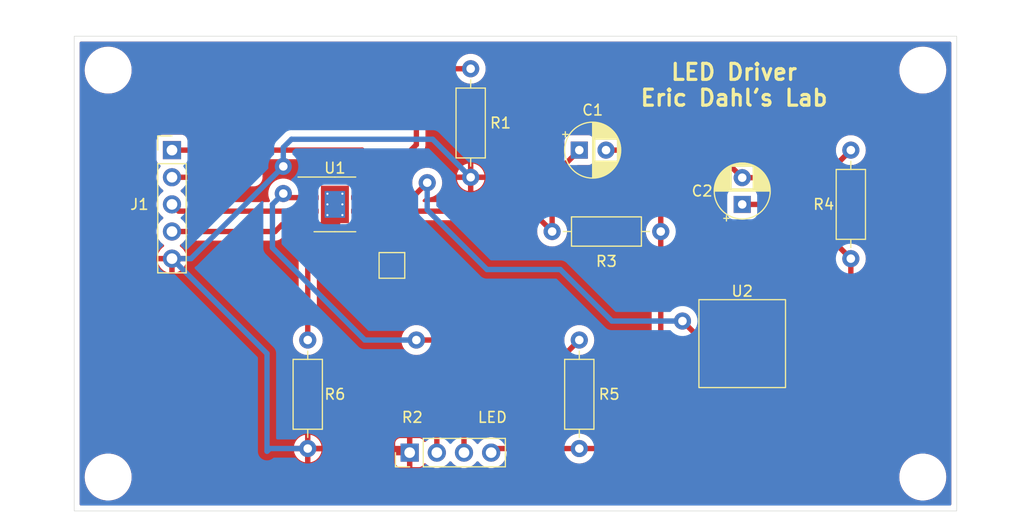
<source format=kicad_pcb>
(kicad_pcb (version 20221018) (generator pcbnew)
  (title_block (title "LED driver") (date "2023-02-01") (rev "v1a") (company "SBC / Northwestern University") (comment 1 "Author: Shilin Ray"))
  (layers (0 "F.Cu" signal) (31 "B.Cu" signal) (34 "B.Paste" user) (35 "F.Paste" user) (36 "B.SilkS" user "B.Silkscreen") (37 "F.SilkS" user "F.Silkscreen") (38 "B.Mask" user) (39 "F.Mask" user) (44 "Edge.Cuts" user))
  (net 0 "")
  (net 1 "Net-(C1-Pad2)")
  (net 2 "Net-(C2-Pad1)")
  (net 3 "/+20V")
  (net 4 "GND")
  (net 5 "Net-(C1-Pad1)")
  (net 6 "/-20V")
  (net 7 "/Control ")
  (net 8 "unconnected-(U1-Pad5)")
  (net 9 "/arduino")
  (net 10 "Net-(J2-Pad2)")
  (footprint "Connector_PinHeader_2.54mm:PinHeader_1x05_P2.54mm_Vertical" (layer "F.Cu") (at 67.564 46.228)
    (fp_text reference "J1" (at -3.048 5.08) (layer "F.SilkS"))
    (fp_text value "Conn_01x05_Male")
    (fp_line (start -1.33 -1.33) (end 0 -1.33) (stroke (width 0.12)) (layer "F.SilkS"))
    (fp_line (start -1.33 0) (end -1.33 -1.33) (stroke (width 0.12)) (layer "F.SilkS"))
    (fp_line (start -1.33 1.27) (end -1.33 11.49) (stroke (width 0.12)) (layer "F.SilkS"))
    (fp_line (start -1.33 1.27) (end 1.33 1.27) (stroke (width 0.12)) (layer "F.SilkS"))
    (fp_line (start -1.33 11.49) (end 1.33 11.49) (stroke (width 0.12)) (layer "F.SilkS"))
    (fp_line (start 1.33 1.27) (end 1.33 11.49) (stroke (width 0.12)) (layer "F.SilkS"))
    (pad "1" thru_hole rect (at 0 0) (size 1.7 1.7) (drill 1) (layers "*.Cu" "*.Mask") (net 3 "/+20V"))
    (pad "2" thru_hole oval (at 0 2.54) (size 1.7 1.7) (drill 1) (layers "*.Cu" "*.Mask") (net 9 "/arduino"))
    (pad "3" thru_hole oval (at 0 5.08) (size 1.7 1.7) (drill 1) (layers "*.Cu" "*.Mask") (net 7 "/Control "))
    (pad "4" thru_hole oval (at 0 7.62) (size 1.7 1.7) (drill 1) (layers "*.Cu" "*.Mask") (net 6 "/-20V"))
    (pad "5" thru_hole oval (at 0 10.16) (size 1.7 1.7) (drill 1) (layers "*.Cu" "*.Mask") (net 4 "GND"))
  )
  (footprint "Capacitor_THT:CP_Radial_D5.0mm_P2.50mm" (layer "F.Cu") (at 120.904 51.308 90)
    (fp_text reference "C2" (at 1.25 -3.75 180) (layer "F.SilkS"))
    (fp_text value "120p")
    (fp_line (start -1.554775 -1.475) (end -1.054775 -1.475) (stroke (width 0.12)) (layer "F.SilkS"))
    (fp_line (start -1.304775 -1.725) (end -1.304775 -1.225) (stroke (width 0.12)) (layer "F.SilkS"))
    (fp_line (start 1.25 -2.58) (end 1.25 2.58) (stroke (width 0.12)) (layer "F.SilkS"))
    (fp_line (start 1.29 -2.58) (end 1.29 2.58) (stroke (width 0.12)) (layer "F.SilkS"))
    (fp_line (start 1.33 -2.579) (end 1.33 2.579) (stroke (width 0.12)) (layer "F.SilkS"))
    (fp_line (start 1.37 -2.578) (end 1.37 2.578) (stroke (width 0.12)) (layer "F.SilkS"))
    (fp_line (start 1.41 -2.576) (end 1.41 2.576) (stroke (width 0.12)) (layer "F.SilkS"))
    (fp_line (start 1.45 -2.573) (end 1.45 2.573) (stroke (width 0.12)) (layer "F.SilkS"))
    (fp_line (start 1.49 -2.569) (end 1.49 -1.04) (stroke (width 0.12)) (layer "F.SilkS"))
    (fp_line (start 1.49 1.04) (end 1.49 2.569) (stroke (width 0.12)) (layer "F.SilkS"))
    (fp_line (start 1.53 -2.565) (end 1.53 -1.04) (stroke (width 0.12)) (layer "F.SilkS"))
    (fp_line (start 1.53 1.04) (end 1.53 2.565) (stroke (width 0.12)) (layer "F.SilkS"))
    (fp_line (start 1.57 -2.561) (end 1.57 -1.04) (stroke (width 0.12)) (layer "F.SilkS"))
    (fp_line (start 1.57 1.04) (end 1.57 2.561) (stroke (width 0.12)) (layer "F.SilkS"))
    (fp_line (start 1.61 -2.556) (end 1.61 -1.04) (stroke (width 0.12)) (layer "F.SilkS"))
    (fp_line (start 1.61 1.04) (end 1.61 2.556) (stroke (width 0.12)) (layer "F.SilkS"))
    (fp_line (start 1.65 -2.55) (end 1.65 -1.04) (stroke (width 0.12)) (layer "F.SilkS"))
    (fp_line (start 1.65 1.04) (end 1.65 2.55) (stroke (width 0.12)) (layer "F.SilkS"))
    (fp_line (start 1.69 -2.543) (end 1.69 -1.04) (stroke (width 0.12)) (layer "F.SilkS"))
    (fp_line (start 1.69 1.04) (end 1.69 2.543) (stroke (width 0.12)) (layer "F.SilkS"))
    (fp_line (start 1.73 -2.536) (end 1.73 -1.04) (stroke (width 0.12)) (layer "F.SilkS"))
    (fp_line (start 1.73 1.04) (end 1.73 2.536) (stroke (width 0.12)) (layer "F.SilkS"))
    (fp_line (start 1.77 -2.528) (end 1.77 -1.04) (stroke (width 0.12)) (layer "F.SilkS"))
    (fp_line (start 1.77 1.04) (end 1.77 2.528) (stroke (width 0.12)) (layer "F.SilkS"))
    (fp_line (start 1.81 -2.52) (end 1.81 -1.04) (stroke (width 0.12)) (layer "F.SilkS"))
    (fp_line (start 1.81 1.04) (end 1.81 2.52) (stroke (width 0.12)) (layer "F.SilkS"))
    (fp_line (start 1.85 -2.511) (end 1.85 -1.04) (stroke (width 0.12)) (layer "F.SilkS"))
    (fp_line (start 1.85 1.04) (end 1.85 2.511) (stroke (width 0.12)) (layer "F.SilkS"))
    (fp_line (start 1.89 -2.501) (end 1.89 -1.04) (stroke (width 0.12)) (layer "F.SilkS"))
    (fp_line (start 1.89 1.04) (end 1.89 2.501) (stroke (width 0.12)) (layer "F.SilkS"))
    (fp_line (start 1.93 -2.491) (end 1.93 -1.04) (stroke (width 0.12)) (layer "F.SilkS"))
    (fp_line (start 1.93 1.04) (end 1.93 2.491) (stroke (width 0.12)) (layer "F.SilkS"))
    (fp_line (start 1.971 -2.48) (end 1.971 -1.04) (stroke (width 0.12)) (layer "F.SilkS"))
    (fp_line (start 1.971 1.04) (end 1.971 2.48) (stroke (width 0.12)) (layer "F.SilkS"))
    (fp_line (start 2.011 -2.468) (end 2.011 -1.04) (stroke (width 0.12)) (layer "F.SilkS"))
    (fp_line (start 2.011 1.04) (end 2.011 2.468) (stroke (width 0.12)) (layer "F.SilkS"))
    (fp_line (start 2.051 -2.455) (end 2.051 -1.04) (stroke (width 0.12)) (layer "F.SilkS"))
    (fp_line (start 2.051 1.04) (end 2.051 2.455) (stroke (width 0.12)) (layer "F.SilkS"))
    (fp_line (start 2.091 -2.442) (end 2.091 -1.04) (stroke (width 0.12)) (layer "F.SilkS"))
    (fp_line (start 2.091 1.04) (end 2.091 2.442) (stroke (width 0.12)) (layer "F.SilkS"))
    (fp_line (start 2.131 -2.428) (end 2.131 -1.04) (stroke (width 0.12)) (layer "F.SilkS"))
    (fp_line (start 2.131 1.04) (end 2.131 2.428) (stroke (width 0.12)) (layer "F.SilkS"))
    (fp_line (start 2.171 -2.414) (end 2.171 -1.04) (stroke (width 0.12)) (layer "F.SilkS"))
    (fp_line (start 2.171 1.04) (end 2.171 2.414) (stroke (width 0.12)) (layer "F.SilkS"))
    (fp_line (start 2.211 -2.398) (end 2.211 -1.04) (stroke (width 0.12)) (layer "F.SilkS"))
    (fp_line (start 2.211 1.04) (end 2.211 2.398) (stroke (width 0.12)) (layer "F.SilkS"))
    (fp_line (start 2.251 -2.382) (end 2.251 -1.04) (stroke (width 0.12)) (layer "F.SilkS"))
    (fp_line (start 2.251 1.04) (end 2.251 2.382) (stroke (width 0.12)) (layer "F.SilkS"))
    (fp_line (start 2.291 -2.365) (end 2.291 -1.04) (stroke (width 0.12)) (layer "F.SilkS"))
    (fp_line (start 2.291 1.04) (end 2.291 2.365) (stroke (width 0.12)) (layer "F.SilkS"))
    (fp_line (start 2.331 -2.348) (end 2.331 -1.04) (stroke (width 0.12)) (layer "F.SilkS"))
    (fp_line (start 2.331 1.04) (end 2.331 2.348) (stroke (width 0.12)) (layer "F.SilkS"))
    (fp_line (start 2.371 -2.329) (end 2.371 -1.04) (stroke (width 0.12)) (layer "F.SilkS"))
    (fp_line (start 2.371 1.04) (end 2.371 2.329) (stroke (width 0.12)) (layer "F.SilkS"))
    (fp_line (start 2.411 -2.31) (end 2.411 -1.04) (stroke (width 0.12)) (layer "F.SilkS"))
    (fp_line (start 2.411 1.04) (end 2.411 2.31) (stroke (width 0.12)) (layer "F.SilkS"))
    (fp_line (start 2.451 -2.29) (end 2.451 -1.04) (stroke (width 0.12)) (layer "F.SilkS"))
    (fp_line (start 2.451 1.04) (end 2.451 2.29) (stroke (width 0.12)) (layer "F.SilkS"))
    (fp_line (start 2.491 -2.268) (end 2.491 -1.04) (stroke (width 0.12)) (layer "F.SilkS"))
    (fp_line (start 2.491 1.04) (end 2.491 2.268) (stroke (width 0.12)) (layer "F.SilkS"))
    (fp_line (start 2.531 -2.247) (end 2.531 -1.04) (stroke (width 0.12)) (layer "F.SilkS"))
    (fp_line (start 2.531 1.04) (end 2.531 2.247) (stroke (width 0.12)) (layer "F.SilkS"))
    (fp_line (start 2.571 -2.224) (end 2.571 -1.04) (stroke (width 0.12)) (layer "F.SilkS"))
    (fp_line (start 2.571 1.04) (end 2.571 2.224) (stroke (width 0.12)) (layer "F.SilkS"))
    (fp_line (start 2.611 -2.2) (end 2.611 -1.04) (stroke (width 0.12)) (layer "F.SilkS"))
    (fp_line (start 2.611 1.04) (end 2.611 2.2) (stroke (width 0.12)) (layer "F.SilkS"))
    (fp_line (start 2.651 -2.175) (end 2.651 -1.04) (stroke (width 0.12)) (layer "F.SilkS"))
    (fp_line (start 2.651 1.04) (end 2.651 2.175) (stroke (width 0.12)) (layer "F.SilkS"))
    (fp_line (start 2.691 -2.149) (end 2.691 -1.04) (stroke (width 0.12)) (layer "F.SilkS"))
    (fp_line (start 2.691 1.04) (end 2.691 2.149) (stroke (width 0.12)) (layer "F.SilkS"))
    (fp_line (start 2.731 -2.122) (end 2.731 -1.04) (stroke (width 0.12)) (layer "F.SilkS"))
    (fp_line (start 2.731 1.04) (end 2.731 2.122) (stroke (width 0.12)) (layer "F.SilkS"))
    (fp_line (start 2.771 -2.095) (end 2.771 -1.04) (stroke (width 0.12)) (layer "F.SilkS"))
    (fp_line (start 2.771 1.04) (end 2.771 2.095) (stroke (width 0.12)) (layer "F.SilkS"))
    (fp_line (start 2.811 -2.065) (end 2.811 -1.04) (stroke (width 0.12)) (layer "F.SilkS"))
    (fp_line (start 2.811 1.04) (end 2.811 2.065) (stroke (width 0.12)) (layer "F.SilkS"))
    (fp_line (start 2.851 -2.035) (end 2.851 -1.04) (stroke (width 0.12)) (layer "F.SilkS"))
    (fp_line (start 2.851 1.04) (end 2.851 2.035) (stroke (width 0.12)) (layer "F.SilkS"))
    (fp_line (start 2.891 -2.004) (end 2.891 -1.04) (stroke (width 0.12)) (layer "F.SilkS"))
    (fp_line (start 2.891 1.04) (end 2.891 2.004) (stroke (width 0.12)) (layer "F.SilkS"))
    (fp_line (start 2.931 -1.971) (end 2.931 -1.04) (stroke (width 0.12)) (layer "F.SilkS"))
    (fp_line (start 2.931 1.04) (end 2.931 1.971) (stroke (width 0.12)) (layer "F.SilkS"))
    (fp_line (start 2.971 -1.937) (end 2.971 -1.04) (stroke (width 0.12)) (layer "F.SilkS"))
    (fp_line (start 2.971 1.04) (end 2.971 1.937) (stroke (width 0.12)) (layer "F.SilkS"))
    (fp_line (start 3.011 -1.901) (end 3.011 -1.04) (stroke (width 0.12)) (layer "F.SilkS"))
    (fp_line (start 3.011 1.04) (end 3.011 1.901) (stroke (width 0.12)) (layer "F.SilkS"))
    (fp_line (start 3.051 -1.864) (end 3.051 -1.04) (stroke (width 0.12)) (layer "F.SilkS"))
    (fp_line (start 3.051 1.04) (end 3.051 1.864) (stroke (width 0.12)) (layer "F.SilkS"))
    (fp_line (start 3.091 -1.826) (end 3.091 -1.04) (stroke (width 0.12)) (layer "F.SilkS"))
    (fp_line (start 3.091 1.04) (end 3.091 1.826) (stroke (width 0.12)) (layer "F.SilkS"))
    (fp_line (start 3.131 -1.785) (end 3.131 -1.04) (stroke (width 0.12)) (layer "F.SilkS"))
    (fp_line (start 3.131 1.04) (end 3.131 1.785) (stroke (width 0.12)) (layer "F.SilkS"))
    (fp_line (start 3.171 -1.743) (end 3.171 -1.04) (stroke (width 0.12)) (layer "F.SilkS"))
    (fp_line (start 3.171 1.04) (end 3.171 1.743) (stroke (width 0.12)) (layer "F.SilkS"))
    (fp_line (start 3.211 -1.699) (end 3.211 -1.04) (stroke (width 0.12)) (layer "F.SilkS"))
    (fp_line (start 3.211 1.04) (end 3.211 1.699) (stroke (width 0.12)) (layer "F.SilkS"))
    (fp_line (start 3.251 -1.653) (end 3.251 -1.04) (stroke (width 0.12)) (layer "F.SilkS"))
    (fp_line (start 3.251 1.04) (end 3.251 1.653) (stroke (width 0.12)) (layer "F.SilkS"))
    (fp_line (start 3.291 -1.605) (end 3.291 -1.04) (stroke (width 0.12)) (layer "F.SilkS"))
    (fp_line (start 3.291 1.04) (end 3.291 1.605) (stroke (width 0.12)) (layer "F.SilkS"))
    (fp_line (start 3.331 -1.554) (end 3.331 -1.04) (stroke (width 0.12)) (layer "F.SilkS"))
    (fp_line (start 3.331 1.04) (end 3.331 1.554) (stroke (width 0.12)) (layer "F.SilkS"))
    (fp_line (start 3.371 -1.5) (end 3.371 -1.04) (stroke (width 0.12)) (layer "F.SilkS"))
    (fp_line (start 3.371 1.04) (end 3.371 1.5) (stroke (width 0.12)) (layer "F.SilkS"))
    (fp_line (start 3.411 -1.443) (end 3.411 -1.04) (stroke (width 0.12)) (layer "F.SilkS"))
    (fp_line (start 3.411 1.04) (end 3.411 1.443) (stroke (width 0.12)) (layer "F.SilkS"))
    (fp_line (start 3.451 -1.383) (end 3.451 -1.04) (stroke (width 0.12)) (layer "F.SilkS"))
    (fp_line (start 3.451 1.04) (end 3.451 1.383) (stroke (width 0.12)) (layer "F.SilkS"))
    (fp_line (start 3.491 -1.319) (end 3.491 -1.04) (stroke (width 0.12)) (layer "F.SilkS"))
    (fp_line (start 3.491 1.04) (end 3.491 1.319) (stroke (width 0.12)) (layer "F.SilkS"))
    (fp_line (start 3.531 -1.251) (end 3.531 -1.04) (stroke (width 0.12)) (layer "F.SilkS"))
    (fp_line (start 3.531 1.04) (end 3.531 1.251) (stroke (width 0.12)) (layer "F.SilkS"))
    (fp_line (start 3.571 -1.178) (end 3.571 1.178) (stroke (width 0.12)) (layer "F.SilkS"))
    (fp_line (start 3.611 -1.098) (end 3.611 1.098) (stroke (width 0.12)) (layer "F.SilkS"))
    (fp_line (start 3.651 -1.011) (end 3.651 1.011) (stroke (width 0.12)) (layer "F.SilkS"))
    (fp_line (start 3.691 -0.915) (end 3.691 0.915) (stroke (width 0.12)) (layer "F.SilkS"))
    (fp_line (start 3.731 -0.805) (end 3.731 0.805) (stroke (width 0.12)) (layer "F.SilkS"))
    (fp_line (start 3.771 -0.677) (end 3.771 0.677) (stroke (width 0.12)) (layer "F.SilkS"))
    (fp_line (start 3.811 -0.518) (end 3.811 0.518) (stroke (width 0.12)) (layer "F.SilkS"))
    (fp_line (start 3.851 -0.284) (end 3.851 0.284) (stroke (width 0.12)) (layer "F.SilkS"))
    (fp_circle (center 1.25 0) (end 3.87 0) (stroke (width 0.12)) (fill none) (layer "F.SilkS"))
    (pad "1" thru_hole rect (at 0 0 90) (size 1.6 1.6) (drill 0.8) (layers "*.Cu" "*.Mask") (net 2 "Net-(C2-Pad1)"))
    (pad "2" thru_hole circle (at 2.5 0 90) (size 1.6 1.6) (drill 0.8) (layers "*.Cu" "*.Mask") (net 1 "Net-(C1-Pad2)"))
  )
  (footprint "Resistor_THT:R_Axial_DIN0207_L6.3mm_D2.5mm_P10.16mm_Horizontal" (layer "F.Cu") (at 95.504 38.608 -90)
    (fp_text reference "R1" (at 5.08 -2.794 180) (layer "F.SilkS"))
    (fp_text value "150k")
    (fp_line (start 1.04 0) (end 1.81 0) (stroke (width 0.12)) (layer "F.SilkS"))
    (fp_line (start 1.81 -1.37) (end 1.81 1.37) (stroke (width 0.12)) (layer "F.SilkS"))
    (fp_line (start 1.81 1.37) (end 8.35 1.37) (stroke (width 0.12)) (layer "F.SilkS"))
    (fp_line (start 8.35 -1.37) (end 1.81 -1.37) (stroke (width 0.12)) (layer "F.SilkS"))
    (fp_line (start 8.35 1.37) (end 8.35 -1.37) (stroke (width 0.12)) (layer "F.SilkS"))
    (fp_line (start 9.12 0) (end 8.35 0) (stroke (width 0.12)) (layer "F.SilkS"))
    (pad "1" thru_hole circle (at 0 0 270) (size 1.6 1.6) (drill 0.8) (layers "*.Cu" "*.Mask") (net 3 "/+20V"))
    (pad "2" thru_hole oval (at 10.16 0 270) (size 1.6 1.6) (drill 0.8) (layers "*.Cu" "*.Mask") (net 4 "GND"))
  )
  (footprint "MountingHole:MountingHole_3.2mm_M3" (layer "F.Cu") (at 61.595 38.735)
    (fp_text reference "REF**")
    (fp_text value "MountingHole_3.2mm_M3")
    (pad "" np_thru_hole circle (at 0 0) (size 3.2 3.2) (drill 3.2) (layers "F&B.Cu" "*.Mask"))
  )
  (footprint "TestPoint:TestPoint_Pad_2.0x2.0mm" (layer "F.Cu") (at 88.138 57.023)
    (fp_text reference "REF**" hide)
    (fp_text value "TestPoint_Pad_2.0x2.0mm")
    (fp_line (start -1.2 -1.2) (end 1.2 -1.2) (stroke (width 0.12)) (layer "F.SilkS"))
    (fp_line (start -1.2 1.2) (end -1.2 -1.2) (stroke (width 0.12)) (layer "F.SilkS"))
    (fp_line (start 1.2 -1.2) (end 1.2 1.2) (stroke (width 0.12)) (layer "F.SilkS"))
    (fp_line (start 1.2 1.2) (end -1.2 1.2) (stroke (width 0.12)) (layer "F.SilkS"))
    (pad "1" smd rect (at 0 0) (size 2 2) (layers "F.Cu" "F.Mask") (net 8 "unconnected-(U1-Pad5)"))
  )
  (footprint "Package_SO:SOIC-8-1EP_3.9x4.9mm_P1.27mm_EP2.62x3.51mm_ThermalVias" (layer "F.Cu") (at 82.804 51.308)
    (fp_text reference "U1" (at 0 -3.4) (layer "F.SilkS"))
    (fp_text value "OPA462")
    (fp_line (start 0 -2.56) (end -3.45 -2.56) (stroke (width 0.12)) (layer "F.SilkS"))
    (fp_line (start 0 -2.56) (end 1.95 -2.56) (stroke (width 0.12)) (layer "F.SilkS"))
    (fp_line (start 0 2.56) (end -1.95 2.56) (stroke (width 0.12)) (layer "F.SilkS"))
    (fp_line (start 0 2.56) (end 1.95 2.56) (stroke (width 0.12)) (layer "F.SilkS"))
    (pad "1" smd roundrect (at -2.48 -1.905) (size 1.94 0.6) (layers "F.Cu" "F.Paste" "F.Mask") (net 4 "GND"))
    (pad "2" smd roundrect (at -2.48 -0.635) (size 1.94 0.6) (layers "F.Cu" "F.Paste" "F.Mask") (net 10 "Net-(J2-Pad2)"))
    (pad "3" smd roundrect (at -2.48 0.635) (size 1.94 0.6) (layers "F.Cu" "F.Paste" "F.Mask") (net 7 "/Control "))
    (pad "4" smd roundrect (at -2.48 1.905) (size 1.94 0.6) (layers "F.Cu" "F.Paste" "F.Mask") (net 6 "/-20V"))
    (pad "5" smd roundrect (at 2.48 1.905) (size 1.94 0.6) (layers "F.Cu" "F.Paste" "F.Mask") (net 8 "unconnected-(U1-Pad5)"))
    (pad "6" smd roundrect (at 2.48 0.635) (size 1.94 0.6) (layers "F.Cu" "F.Paste" "F.Mask") (net 5 "Net-(C1-Pad1)"))
    (pad "7" smd roundrect (at 2.48 -0.635) (size 1.94 0.6) (layers "F.Cu" "F.Paste" "F.Mask") (net 3 "/+20V"))
    (pad "8" smd roundrect (at 2.48 -1.905) (size 1.94 0.6) (layers "F.Cu" "F.Paste" "F.Mask") (net 9 "/arduino"))
    (pad "9" thru_hole circle (at -0.7 -1) (size 0.5 0.5) (drill 0.2) (layers "*.Cu") (net 6 "/-20V"))
    (pad "9" thru_hole circle (at -0.7 0) (size 0.5 0.5) (drill 0.2) (layers "*.Cu") (net 6 "/-20V"))
    (pad "9" thru_hole circle (at -0.7 1) (size 0.5 0.5) (drill 0.2) (layers "*.Cu") (net 6 "/-20V"))
    (pad "9" smd rect (at 0 0) (size 1.9 2.5) (layers "B.Cu") (net 6 "/-20V"))
    (pad "9" smd rect (at 0 0) (size 2.62 3.51) (layers "F.Cu" "F.Mask") (net 6 "/-20V"))
    (pad "9" thru_hole circle (at 0.7 -1) (size 0.5 0.5) (drill 0.2) (layers "*.Cu") (net 6 "/-20V"))
    (pad "9" thru_hole circle (at 0.7 0) (size 0.5 0.5) (drill 0.2) (layers "*.Cu") (net 6 "/-20V"))
    (pad "9" thru_hole circle (at 0.7 1) (size 0.5 0.5) (drill 0.2) (layers "*.Cu") (net 6 "/-20V"))
  )
  (footprint "Capacitor_THT:CP_Radial_D5.0mm_P2.50mm" (layer "F.Cu") (at 105.664 46.228)
    (fp_text reference "C1" (at 1.25 -3.75) (layer "F.SilkS"))
    (fp_text value "120p")
    (fp_line (start -1.554775 -1.475) (end -1.054775 -1.475) (stroke (width 0.12)) (layer "F.SilkS"))
    (fp_line (start -1.304775 -1.725) (end -1.304775 -1.225) (stroke (width 0.12)) (layer "F.SilkS"))
    (fp_line (start 1.25 -2.58) (end 1.25 2.58) (stroke (width 0.12)) (layer "F.SilkS"))
    (fp_line (start 1.29 -2.58) (end 1.29 2.58) (stroke (width 0.12)) (layer "F.SilkS"))
    (fp_line (start 1.33 -2.579) (end 1.33 2.579) (stroke (width 0.12)) (layer "F.SilkS"))
    (fp_line (start 1.37 -2.578) (end 1.37 2.578) (stroke (width 0.12)) (layer "F.SilkS"))
    (fp_line (start 1.41 -2.576) (end 1.41 2.576) (stroke (width 0.12)) (layer "F.SilkS"))
    (fp_line (start 1.45 -2.573) (end 1.45 2.573) (stroke (width 0.12)) (layer "F.SilkS"))
    (fp_line (start 1.49 -2.569) (end 1.49 -1.04) (stroke (width 0.12)) (layer "F.SilkS"))
    (fp_line (start 1.49 1.04) (end 1.49 2.569) (stroke (width 0.12)) (layer "F.SilkS"))
    (fp_line (start 1.53 -2.565) (end 1.53 -1.04) (stroke (width 0.12)) (layer "F.SilkS"))
    (fp_line (start 1.53 1.04) (end 1.53 2.565) (stroke (width 0.12)) (layer "F.SilkS"))
    (fp_line (start 1.57 -2.561) (end 1.57 -1.04) (stroke (width 0.12)) (layer "F.SilkS"))
    (fp_line (start 1.57 1.04) (end 1.57 2.561) (stroke (width 0.12)) (layer "F.SilkS"))
    (fp_line (start 1.61 -2.556) (end 1.61 -1.04) (stroke (width 0.12)) (layer "F.SilkS"))
    (fp_line (start 1.61 1.04) (end 1.61 2.556) (stroke (width 0.12)) (layer "F.SilkS"))
    (fp_line (start 1.65 -2.55) (end 1.65 -1.04) (stroke (width 0.12)) (layer "F.SilkS"))
    (fp_line (start 1.65 1.04) (end 1.65 2.55) (stroke (width 0.12)) (layer "F.SilkS"))
    (fp_line (start 1.69 -2.543) (end 1.69 -1.04) (stroke (width 0.12)) (layer "F.SilkS"))
    (fp_line (start 1.69 1.04) (end 1.69 2.543) (stroke (width 0.12)) (layer "F.SilkS"))
    (fp_line (start 1.73 -2.536) (end 1.73 -1.04) (stroke (width 0.12)) (layer "F.SilkS"))
    (fp_line (start 1.73 1.04) (end 1.73 2.536) (stroke (width 0.12)) (layer "F.SilkS"))
    (fp_line (start 1.77 -2.528) (end 1.77 -1.04) (stroke (width 0.12)) (layer "F.SilkS"))
    (fp_line (start 1.77 1.04) (end 1.77 2.528) (stroke (width 0.12)) (layer "F.SilkS"))
    (fp_line (start 1.81 -2.52) (end 1.81 -1.04) (stroke (width 0.12)) (layer "F.SilkS"))
    (fp_line (start 1.81 1.04) (end 1.81 2.52) (stroke (width 0.12)) (layer "F.SilkS"))
    (fp_line (start 1.85 -2.511) (end 1.85 -1.04) (stroke (width 0.12)) (layer "F.SilkS"))
    (fp_line (start 1.85 1.04) (end 1.85 2.511) (stroke (width 0.12)) (layer "F.SilkS"))
    (fp_line (start 1.89 -2.501) (end 1.89 -1.04) (stroke (width 0.12)) (layer "F.SilkS"))
    (fp_line (start 1.89 1.04) (end 1.89 2.501) (stroke (width 0.12)) (layer "F.SilkS"))
    (fp_line (start 1.93 -2.491) (end 1.93 -1.04) (stroke (width 0.12)) (layer "F.SilkS"))
    (fp_line (start 1.93 1.04) (end 1.93 2.491) (stroke (width 0.12)) (layer "F.SilkS"))
    (fp_line (start 1.971 -2.48) (end 1.971 -1.04) (stroke (width 0.12)) (layer "F.SilkS"))
    (fp_line (start 1.971 1.04) (end 1.971 2.48) (stroke (width 0.12)) (layer "F.SilkS"))
    (fp_line (start 2.011 -2.468) (end 2.011 -1.04) (stroke (width 0.12)) (layer "F.SilkS"))
    (fp_line (start 2.011 1.04) (end 2.011 2.468) (stroke (width 0.12)) (layer "F.SilkS"))
    (fp_line (start 2.051 -2.455) (end 2.051 -1.04) (stroke (width 0.12)) (layer "F.SilkS"))
    (fp_line (start 2.051 1.04) (end 2.051 2.455) (stroke (width 0.12)) (layer "F.SilkS"))
    (fp_line (start 2.091 -2.442) (end 2.091 -1.04) (stroke (width 0.12)) (layer "F.SilkS"))
    (fp_line (start 2.091 1.04) (end 2.091 2.442) (stroke (width 0.12)) (layer "F.SilkS"))
    (fp_line (start 2.131 -2.428) (end 2.131 -1.04) (stroke (width 0.12)) (layer "F.SilkS"))
    (fp_line (start 2.131 1.04) (end 2.131 2.428) (stroke (width 0.12)) (layer "F.SilkS"))
    (fp_line (start 2.171 -2.414) (end 2.171 -1.04) (stroke (width 0.12)) (layer "F.SilkS"))
    (fp_line (start 2.171 1.04) (end 2.171 2.414) (stroke (width 0.12)) (layer "F.SilkS"))
    (fp_line (start 2.211 -2.398) (end 2.211 -1.04) (stroke (width 0.12)) (layer "F.SilkS"))
    (fp_line (start 2.211 1.04) (end 2.211 2.398) (stroke (width 0.12)) (layer "F.SilkS"))
    (fp_line (start 2.251 -2.382) (end 2.251 -1.04) (stroke (width 0.12)) (layer "F.SilkS"))
    (fp_line (start 2.251 1.04) (end 2.251 2.382) (stroke (width 0.12)) (layer "F.SilkS"))
    (fp_line (start 2.291 -2.365) (end 2.291 -1.04) (stroke (width 0.12)) (layer "F.SilkS"))
    (fp_line (start 2.291 1.04) (end 2.291 2.365) (stroke (width 0.12)) (layer "F.SilkS"))
    (fp_line (start 2.331 -2.348) (end 2.331 -1.04) (stroke (width 0.12)) (layer "F.SilkS"))
    (fp_line (start 2.331 1.04) (end 2.331 2.348) (stroke (width 0.12)) (layer "F.SilkS"))
    (fp_line (start 2.371 -2.329) (end 2.371 -1.04) (stroke (width 0.12)) (layer "F.SilkS"))
    (fp_line (start 2.371 1.04) (end 2.371 2.329) (stroke (width 0.12)) (layer "F.SilkS"))
    (fp_line (start 2.411 -2.31) (end 2.411 -1.04) (stroke (width 0.12)) (layer "F.SilkS"))
    (fp_line (start 2.411 1.04) (end 2.411 2.31) (stroke (width 0.12)) (layer "F.SilkS"))
    (fp_line (start 2.451 -2.29) (end 2.451 -1.04) (stroke (width 0.12)) (layer "F.SilkS"))
    (fp_line (start 2.451 1.04) (end 2.451 2.29) (stroke (width 0.12)) (layer "F.SilkS"))
    (fp_line (start 2.491 -2.268) (end 2.491 -1.04) (stroke (width 0.12)) (layer "F.SilkS"))
    (fp_line (start 2.491 1.04) (end 2.491 2.268) (stroke (width 0.12)) (layer "F.SilkS"))
    (fp_line (start 2.531 -2.247) (end 2.531 -1.04) (stroke (width 0.12)) (layer "F.SilkS"))
    (fp_line (start 2.531 1.04) (end 2.531 2.247) (stroke (width 0.12)) (layer "F.SilkS"))
    (fp_line (start 2.571 -2.224) (end 2.571 -1.04) (stroke (width 0.12)) (layer "F.SilkS"))
    (fp_line (start 2.571 1.04) (end 2.571 2.224) (stroke (width 0.12)) (layer "F.SilkS"))
    (fp_line (start 2.611 -2.2) (end 2.611 -1.04) (stroke (width 0.12)) (layer "F.SilkS"))
    (fp_line (start 2.611 1.04) (end 2.611 2.2) (stroke (width 0.12)) (layer "F.SilkS"))
    (fp_line (start 2.651 -2.175) (end 2.651 -1.04) (stroke (width 0.12)) (layer "F.SilkS"))
    (fp_line (start 2.651 1.04) (end 2.651 2.175) (stroke (width 0.12)) (layer "F.SilkS"))
    (fp_line (start 2.691 -2.149) (end 2.691 -1.04) (stroke (width 0.12)) (layer "F.SilkS"))
    (fp_line (start 2.691 1.04) (end 2.691 2.149) (stroke (width 0.12)) (layer "F.SilkS"))
    (fp_line (start 2.731 -2.122) (end 2.731 -1.04) (stroke (width 0.12)) (layer "F.SilkS"))
    (fp_line (start 2.731 1.04) (end 2.731 2.122) (stroke (width 0.12)) (layer "F.SilkS"))
    (fp_line (start 2.771 -2.095) (end 2.771 -1.04) (stroke (width 0.12)) (layer "F.SilkS"))
    (fp_line (start 2.771 1.04) (end 2.771 2.095) (stroke (width 0.12)) (layer "F.SilkS"))
    (fp_line (start 2.811 -2.065) (end 2.811 -1.04) (stroke (width 0.12)) (layer "F.SilkS"))
    (fp_line (start 2.811 1.04) (end 2.811 2.065) (stroke (width 0.12)) (layer "F.SilkS"))
    (fp_line (start 2.851 -2.035) (end 2.851 -1.04) (stroke (width 0.12)) (layer "F.SilkS"))
    (fp_line (start 2.851 1.04) (end 2.851 2.035) (stroke (width 0.12)) (layer "F.SilkS"))
    (fp_line (start 2.891 -2.004) (end 2.891 -1.04) (stroke (width 0.12)) (layer "F.SilkS"))
    (fp_line (start 2.891 1.04) (end 2.891 2.004) (stroke (width 0.12)) (layer "F.SilkS"))
    (fp_line (start 2.931 -1.971) (end 2.931 -1.04) (stroke (width 0.12)) (layer "F.SilkS"))
    (fp_line (start 2.931 1.04) (end 2.931 1.971) (stroke (width 0.12)) (layer "F.SilkS"))
    (fp_line (start 2.971 -1.937) (end 2.971 -1.04) (stroke (width 0.12)) (layer "F.SilkS"))
    (fp_line (start 2.971 1.04) (end 2.971 1.937) (stroke (width 0.12)) (layer "F.SilkS"))
    (fp_line (start 3.011 -1.901) (end 3.011 -1.04) (stroke (width 0.12)) (layer "F.SilkS"))
    (fp_line (start 3.011 1.04) (end 3.011 1.901) (stroke (width 0.12)) (layer "F.SilkS"))
    (fp_line (start 3.051 -1.864) (end 3.051 -1.04) (stroke (width 0.12)) (layer "F.SilkS"))
    (fp_line (start 3.051 1.04) (end 3.051 1.864) (stroke (width 0.12)) (layer "F.SilkS"))
    (fp_line (start 3.091 -1.826) (end 3.091 -1.04) (stroke (width 0.12)) (layer "F.SilkS"))
    (fp_line (start 3.091 1.04) (end 3.091 1.826) (stroke (width 0.12)) (layer "F.SilkS"))
    (fp_line (start 3.131 -1.785) (end 3.131 -1.04) (stroke (width 0.12)) (layer "F.SilkS"))
    (fp_line (start 3.131 1.04) (end 3.131 1.785) (stroke (width 0.12)) (layer "F.SilkS"))
    (fp_line (start 3.171 -1.743) (end 3.171 -1.04) (stroke (width 0.12)) (layer "F.SilkS"))
    (fp_line (start 3.171 1.04) (end 3.171 1.743) (stroke (width 0.12)) (layer "F.SilkS"))
    (fp_line (start 3.211 -1.699) (end 3.211 -1.04) (stroke (width 0.12)) (layer "F.SilkS"))
    (fp_line (start 3.211 1.04) (end 3.211 1.699) (stroke (width 0.12)) (layer "F.SilkS"))
    (fp_line (start 3.251 -1.653) (end 3.251 -1.04) (stroke (width 0.12)) (layer "F.SilkS"))
    (fp_line (start 3.251 1.04) (end 3.251 1.653) (stroke (width 0.12)) (layer "F.SilkS"))
    (fp_line (start 3.291 -1.605) (end 3.291 -1.04) (stroke (width 0.12)) (layer "F.SilkS"))
    (fp_line (start 3.291 1.04) (end 3.291 1.605) (stroke (width 0.12)) (layer "F.SilkS"))
    (fp_line (start 3.331 -1.554) (end 3.331 -1.04) (stroke (width 0.12)) (layer "F.SilkS"))
    (fp_line (start 3.331 1.04) (end 3.331 1.554) (stroke (width 0.12)) (layer "F.SilkS"))
    (fp_line (start 3.371 -1.5) (end 3.371 -1.04) (stroke (width 0.12)) (layer "F.SilkS"))
    (fp_line (start 3.371 1.04) (end 3.371 1.5) (stroke (width 0.12)) (layer "F.SilkS"))
    (fp_line (start 3.411 -1.443) (end 3.411 -1.04) (stroke (width 0.12)) (layer "F.SilkS"))
    (fp_line (start 3.411 1.04) (end 3.411 1.443) (stroke (width 0.12)) (layer "F.SilkS"))
    (fp_line (start 3.451 -1.383) (end 3.451 -1.04) (stroke (width 0.12)) (layer "F.SilkS"))
    (fp_line (start 3.451 1.04) (end 3.451 1.383) (stroke (width 0.12)) (layer "F.SilkS"))
    (fp_line (start 3.491 -1.319) (end 3.491 -1.04) (stroke (width 0.12)) (layer "F.SilkS"))
    (fp_line (start 3.491 1.04) (end 3.491 1.319) (stroke (width 0.12)) (layer "F.SilkS"))
    (fp_line (start 3.531 -1.251) (end 3.531 -1.04) (stroke (width 0.12)) (layer "F.SilkS"))
    (fp_line (start 3.531 1.04) (end 3.531 1.251) (stroke (width 0.12)) (layer "F.SilkS"))
    (fp_line (start 3.571 -1.178) (end 3.571 1.178) (stroke (width 0.12)) (layer "F.SilkS"))
    (fp_line (start 3.611 -1.098) (end 3.611 1.098) (stroke (width 0.12)) (layer "F.SilkS"))
    (fp_line (start 3.651 -1.011) (end 3.651 1.011) (stroke (width 0.12)) (layer "F.SilkS"))
    (fp_line (start 3.691 -0.915) (end 3.691 0.915) (stroke (width 0.12)) (layer "F.SilkS"))
    (fp_line (start 3.731 -0.805) (end 3.731 0.805) (stroke (width 0.12)) (layer "F.SilkS"))
    (fp_line (start 3.771 -0.677) (end 3.771 0.677) (stroke (width 0.12)) (layer "F.SilkS"))
    (fp_line (start 3.811 -0.518) (end 3.811 0.518) (stroke (width 0.12)) (layer "F.SilkS"))
    (fp_line (start 3.851 -0.284) (end 3.851 0.284) (stroke (width 0.12)) (layer "F.SilkS"))
    (fp_circle (center 1.25 0) (end 3.87 0) (stroke (width 0.12)) (fill none) (layer "F.SilkS"))
    (pad "1" thru_hole rect (at 0 0) (size 1.6 1.6) (drill 0.8) (layers "*.Cu" "*.Mask") (net 5 "Net-(C1-Pad1)"))
    (pad "2" thru_hole circle (at 2.5 0) (size 1.6 1.6) (drill 0.8) (layers "*.Cu" "*.Mask") (net 1 "Net-(C1-Pad2)"))
  )
  (footprint "MountingHole:MountingHole_3.2mm_M3" (layer "F.Cu") (at 137.795 38.735)
    (fp_text reference "REF**")
    (fp_text value "MountingHole_3.2mm_M3")
    (pad "" np_thru_hole circle (at 0 0) (size 3.2 3.2) (drill 3.2) (layers "*.Cu" "*.Mask"))
  )
  (footprint "Resistor_THT:R_Axial_DIN0207_L6.3mm_D2.5mm_P10.16mm_Horizontal" (layer "F.Cu") (at 105.664 64.008 -90)
    (fp_text reference "R5" (at 5.08 -2.794 180) (layer "F.SilkS"))
    (fp_text value "100k")
    (fp_line (start 1.04 0) (end 1.81 0) (stroke (width 0.12)) (layer "F.SilkS"))
    (fp_line (start 1.81 -1.37) (end 1.81 1.37) (stroke (width 0.12)) (layer "F.SilkS"))
    (fp_line (start 1.81 1.37) (end 8.35 1.37) (stroke (width 0.12)) (layer "F.SilkS"))
    (fp_line (start 8.35 -1.37) (end 1.81 -1.37) (stroke (width 0.12)) (layer "F.SilkS"))
    (fp_line (start 8.35 1.37) (end 8.35 -1.37) (stroke (width 0.12)) (layer "F.SilkS"))
    (fp_line (start 9.12 0) (end 8.35 0) (stroke (width 0.12)) (layer "F.SilkS"))
    (pad "1" thru_hole circle (at 0 0 270) (size 1.6 1.6) (drill 0.8) (layers "*.Cu" "*.Mask") (net 10 "Net-(J2-Pad2)"))
    (pad "2" thru_hole oval (at 10.16 0 270) (size 1.6 1.6) (drill 0.8) (layers "*.Cu" "*.Mask") (net 2 "Net-(C2-Pad1)"))
  )
  (footprint "Shilin's Footprints:BUK7S2R5-40H_footprint" (layer "F.Cu") (at 120.904 65.308)
    (fp_text reference "U2" (at 0 -5.872 unlocked) (layer "F.SilkS"))
    (fp_text value "BUK7S2R5-40H")
    (fp_rect (start -4.05 -5.08) (end 4.05 3.15) (stroke (width 0.12)) (fill none) (layer "F.SilkS"))
    (pad "1" smd roundrect (at -3 4.05) (size 1.2 1.4) (layers "F.Cu" "F.Paste" "F.Mask") (net 1 "Net-(C1-Pad2)"))
    (pad "2" smd roundrect (at 1 4.05) (size 5.1 1.4) (layers "F.Cu" "F.Paste" "F.Mask") (net 2 "Net-(C2-Pad1)"))
    (pad "3" smd roundrect (at 0 -1.3) (size 7.3 5.5) (layers "F.Cu" "F.Paste" "F.Mask") (net 3 "/+20V"))
  )
  (footprint "MountingHole:MountingHole_3.2mm_M3" (layer "F.Cu") (at 61.595 76.835)
    (fp_text reference "REF**")
    (fp_text value "MountingHole_3.2mm_M3")
    (pad "" np_thru_hole circle (at 0 0) (size 3.2 3.2) (drill 3.2) (layers "*.Cu" "*.Mask"))
  )
  (footprint "Resistor_THT:R_Axial_DIN0207_L6.3mm_D2.5mm_P10.16mm_Horizontal" (layer "F.Cu") (at 113.284 53.848 180)
    (fp_text reference "R3" (at 5.08 -2.794) (layer "F.SilkS"))
    (fp_text value "20k")
    (fp_line (start 1.04 0) (end 1.81 0) (stroke (width 0.12)) (layer "F.SilkS"))
    (fp_line (start 1.81 -1.37) (end 1.81 1.37) (stroke (width 0.12)) (layer "F.SilkS"))
    (fp_line (start 1.81 1.37) (end 8.35 1.37) (stroke (width 0.12)) (layer "F.SilkS"))
    (fp_line (start 8.35 -1.37) (end 1.81 -1.37) (stroke (width 0.12)) (layer "F.SilkS"))
    (fp_line (start 8.35 1.37) (end 8.35 -1.37) (stroke (width 0.12)) (layer "F.SilkS"))
    (fp_line (start 9.12 0) (end 8.35 0) (stroke (width 0.12)) (layer "F.SilkS"))
    (pad "1" thru_hole circle (at 0 0 180) (size 1.6 1.6) (drill 0.8) (layers "*.Cu" "*.Mask") (net 1 "Net-(C1-Pad2)"))
    (pad "2" thru_hole oval (at 10.16 0 180) (size 1.6 1.6) (drill 0.8) (layers "*.Cu" "*.Mask") (net 5 "Net-(C1-Pad1)"))
  )
  (footprint "Connector_PinHeader_2.54mm:PinHeader_1x04_P2.54mm_Vertical" (layer "F.Cu") (at 89.799 74.549 90)
    (fp_text reference "J2" hide)
    (fp_text value "Conn_01x04_Male" hide)
    (fp_line (start -1.33 -1.33) (end 0 -1.33) (stroke (width 0.12)) (layer "F.SilkS"))
    (fp_line (start -1.33 0) (end -1.33 -1.33) (stroke (width 0.12)) (layer "F.SilkS"))
    (fp_line (start -1.33 1.27) (end -1.33 8.95) (stroke (width 0.12)) (layer "F.SilkS"))
    (fp_line (start -1.33 1.27) (end 1.33 1.27) (stroke (width 0.12)) (layer "F.SilkS"))
    (fp_line (start -1.33 8.95) (end 1.33 8.95) (stroke (width 0.12)) (layer "F.SilkS"))
    (fp_line (start 1.33 1.27) (end 1.33 8.95) (stroke (width 0.12)) (layer "F.SilkS"))
    (pad "1" thru_hole rect (at 0 0 90) (size 1.7 1.7) (drill 1) (layers "*.Cu" "*.Mask") (net 4 "GND"))
    (pad "2" thru_hole oval (at 0 2.54 90) (size 1.7 1.7) (drill 1) (layers "*.Cu" "*.Mask") (net 10 "Net-(J2-Pad2)"))
    (pad "3" thru_hole oval (at 0 5.08 90) (size 1.7 1.7) (drill 1) (layers "*.Cu" "*.Mask") (net 10 "Net-(J2-Pad2)"))
    (pad "4" thru_hole oval (at 0 7.62 90) (size 1.7 1.7) (drill 1) (layers "*.Cu" "*.Mask") (net 2 "Net-(C2-Pad1)"))
  )
  (footprint "MountingHole:MountingHole_3.2mm_M3" (layer "F.Cu") (at 137.795 76.835)
    (fp_text reference "REF**")
    (fp_text value "MountingHole_3.2mm_M3")
    (pad "" np_thru_hole circle (at 0 0) (size 3.2 3.2) (drill 3.2) (layers "*.Cu" "*.Mask"))
  )
  (footprint "Resistor_THT:R_Axial_DIN0207_L6.3mm_D2.5mm_P10.16mm_Horizontal" (layer "F.Cu") (at 80.264 64.008 -90)
    (fp_text reference "R6" (at 5.08 -2.54 180) (layer "F.SilkS"))
    (fp_text value "150k")
    (fp_line (start 1.04 0) (end 1.81 0) (stroke (width 0.12)) (layer "F.SilkS"))
    (fp_line (start 1.81 -1.37) (end 1.81 1.37) (stroke (width 0.12)) (layer "F.SilkS"))
    (fp_line (start 1.81 1.37) (end 8.35 1.37) (stroke (width 0.12)) (layer "F.SilkS"))
    (fp_line (start 8.35 -1.37) (end 1.81 -1.37) (stroke (width 0.12)) (layer "F.SilkS"))
    (fp_line (start 8.35 1.37) (end 8.35 -1.37) (stroke (width 0.12)) (layer "F.SilkS"))
    (fp_line (start 9.12 0) (end 8.35 0) (stroke (width 0.12)) (layer "F.SilkS"))
    (pad "1" thru_hole circle (at 0 0 270) (size 1.6 1.6) (drill 0.8) (layers "*.Cu" "*.Mask") (net 6 "/-20V"))
    (pad "2" thru_hole oval (at 10.16 0 270) (size 1.6 1.6) (drill 0.8) (layers "*.Cu" "*.Mask") (net 4 "GND"))
  )
  (footprint "Resistor_THT:R_Axial_DIN0207_L6.3mm_D2.5mm_P10.16mm_Horizontal" (layer "F.Cu") (at 131.064 56.388 90)
    (fp_text reference "R4" (at 5.08 -2.54 180) (layer "F.SilkS"))
    (fp_text value "10k")
    (fp_line (start 1.04 0) (end 1.81 0) (stroke (width 0.12)) (layer "F.SilkS"))
    (fp_line (start 1.81 -1.37) (end 1.81 1.37) (stroke (width 0.12)) (layer "F.SilkS"))
    (fp_line (start 1.81 1.37) (end 8.35 1.37) (stroke (width 0.12)) (layer "F.SilkS"))
    (fp_line (start 8.35 -1.37) (end 1.81 -1.37) (stroke (width 0.12)) (layer "F.SilkS"))
    (fp_line (start 8.35 1.37) (end 8.35 -1.37) (stroke (width 0.12)) (layer "F.SilkS"))
    (fp_line (start 9.12 0) (end 8.35 0) (stroke (width 0.12)) (layer "F.SilkS"))
    (pad "1" thru_hole circle (at 0 0 90) (size 1.6 1.6) (drill 0.8) (layers "*.Cu" "*.Mask") (net 2 "Net-(C2-Pad1)"))
    (pad "2" thru_hole oval (at 10.16 0 90) (size 1.6 1.6) (drill 0.8) (layers "*.Cu" "*.Mask") (net 1 "Net-(C1-Pad2)"))
  )
  (gr_rect (start 58.42 35.56) (end 140.97 80.01) (stroke (width 0.05)) (fill none) (layer "Edge.Cuts"))
  (gr_text "v1a\nCopyright 2022" (at 80.772 41.656) (layer "F.Cu") (effects (font (size 1 1) (thickness 0.25))))
  (gr_text "LED" (at 97.536 71.247) (layer "F.SilkS") (effects (font (size 1 1))))
  (gr_text "LED Driver\nEric Dahl's Lab" (at 120.142 40.132) (layer "F.SilkS") (effects (font (size 1.5 1.5) (thickness 0.3))))
  (gr_text "R2" (at 90.043 71.247) (layer "F.SilkS") (effects (font (size 1 1))))
  (segment (start 113.284 53.848) (end 113.284 46.482) (width 0.5) (layer "F.Cu") (net 1))
  (segment (start 128.484 48.808) (end 131.064 46.228) (width 0.5) (layer "F.Cu") (net 1))
  (segment (start 108.164 46.228) (end 113.03 46.228) (width 0.5) (layer "F.Cu") (net 1))
  (segment (start 113.284 66.548) (end 113.284 53.848) (width 0.5) (layer "F.Cu") (net 1))
  (segment (start 113.03 46.228) (end 118.324 46.228) (width 0.5) (layer "F.Cu") (net 1))
  (segment (start 117.904 69.358) (end 116.094 69.358) (width 0.5) (layer "F.Cu") (net 1))
  (segment (start 125.944 48.808) (end 128.484 48.808) (width 0.5) (layer "F.Cu") (net 1))
  (segment (start 113.284 46.482) (end 113.03 46.228) (width 0.5) (layer "F.Cu") (net 1))
  (segment (start 120.904 48.808) (end 125.944 48.808) (width 0.5) (layer "F.Cu") (net 1))
  (segment (start 116.094 69.358) (end 113.284 66.548) (width 0.5) (layer "F.Cu") (net 1))
  (segment (start 118.324 46.228) (end 120.904 48.808) (width 0.5) (layer "F.Cu") (net 1))
  (segment (start 131.064 56.388) (end 131.064 64.516) (width 0.5) (layer "F.Cu") (net 2))
  (segment (start 120.904 51.308) (end 125.984 51.308) (width 0.5) (layer "F.Cu") (net 2))
  (segment (start 113.538 72.136) (end 121.666 72.136) (width 0.5) (layer "F.Cu") (net 2))
  (segment (start 105.664 74.168) (end 111.506 74.168) (width 0.5) (layer "F.Cu") (net 2))
  (segment (start 126.222 69.358) (end 121.904 69.358) (width 0.5) (layer "F.Cu") (net 2))
  (segment (start 125.984 51.308) (end 131.064 56.388) (width 0.5) (layer "F.Cu") (net 2))
  (segment (start 105.664 74.168) (end 97.8 74.168) (width 0.5) (layer "F.Cu") (net 2))
  (segment (start 111.506 74.168) (end 113.538 72.136) (width 0.5) (layer "F.Cu") (net 2))
  (segment (start 121.904 71.898) (end 121.904 69.358) (width 0.5) (layer "F.Cu") (net 2))
  (segment (start 131.064 64.516) (end 126.222 69.358) (width 0.5) (layer "F.Cu") (net 2))
  (segment (start 121.666 72.136) (end 121.904 71.898) (width 0.5) (layer "F.Cu") (net 2))
  (segment (start 97.8 74.168) (end 97.419 74.549) (width 0.5) (layer "F.Cu") (net 2))
  (segment (start 90.424 45.72) (end 90.424 38.608) (width 0.5) (layer "F.Cu") (net 3))
  (segment (start 88.773 50.419) (end 88.773 47.371) (width 0.5) (layer "F.Cu") (net 3))
  (segment (start 72.644 46.228) (end 72.644 38.608) (width 0.5) (layer "F.Cu") (net 3))
  (segment (start 91.44 49.276) (end 90.297 50.419) (width 0.5) (layer "F.Cu") (net 3))
  (segment (start 120.904 64.008) (end 117.094 64.008) (width 0.5) (layer "F.Cu") (net 3))
  (segment (start 72.644 38.608) (end 95.504 38.608) (width 0.5) (layer "F.Cu") (net 3))
  (segment (start 67.564 46.228) (end 72.644 46.228) (width 0.5) (layer "F.Cu") (net 3))
  (segment (start 117.094 64.008) (end 115.316 62.23) (width 0.5) (layer "F.Cu") (net 3))
  (segment (start 88.519 50.673) (end 88.773 50.419) (width 0.5) (layer "F.Cu") (net 3))
  (segment (start 85.284 50.673) (end 88.519 50.673) (width 0.5) (layer "F.Cu") (net 3))
  (segment (start 88.773 47.371) (end 90.424 45.72) (width 0.5) (layer "F.Cu") (net 3))
  (segment (start 90.297 50.419) (end 88.773 50.419) (width 0.5) (layer "F.Cu") (net 3))
  (via (at 91.44 49.276) (size 1.6) (drill 0.8) (layers "F.Cu" "B.Cu") (net 3))
  (via (at 115.316 62.23) (size 1.6) (drill 0.8) (layers "F.Cu" "B.Cu") (net 3))
  (segment (start 91.44 51.816) (end 91.44 49.276) (width 0.5) (layer "B.Cu") (net 3))
  (segment (start 97.028 57.404) (end 91.44 51.816) (width 0.5) (layer "B.Cu") (net 3))
  (segment (start 108.712 62.23) (end 103.886 57.404) (width 0.5) (layer "B.Cu") (net 3))
  (segment (start 103.886 57.404) (end 97.028 57.404) (width 0.5) (layer "B.Cu") (net 3))
  (segment (start 115.316 62.23) (end 108.712 62.23) (width 0.5) (layer "B.Cu") (net 3))
  (segment (start 80.264 74.168) (end 89.418 74.168) (width 0.5) (layer "F.Cu") (net 4))
  (segment (start 89.418 74.168) (end 89.799 74.549) (width 0.5) (layer "F.Cu") (net 4))
  (segment (start 77.978 47.752) (end 79.629 49.403) (width 0.5) (layer "F.Cu") (net 4))
  (segment (start 79.629 49.403) (end 80.324 49.403) (width 0.5) (layer "F.Cu") (net 4))
  (via (at 77.978 47.752) (size 1.6) (drill 0.8) (layers "F.Cu" "B.Cu") (net 4))
  (segment (start 76.708 74.168) (end 80.264 74.168) (width 0.5) (layer "B.Cu") (net 4))
  (segment (start 67.564 56.388) (end 69.342 56.388) (width 0.5) (layer "B.Cu") (net 4))
  (segment (start 77.978 47.752) (end 77.978 45.974) (width 0.5) (layer "B.Cu") (net 4))
  (segment (start 67.564 56.388) (end 76.454 65.278) (width 0.5) (layer "B.Cu") (net 4))
  (segment (start 78.74 45.212) (end 91.948 45.212) (width 0.5) (layer "B.Cu") (net 4))
  (segment (start 77.978 45.974) (end 78.74 45.212) (width 0.5) (layer "B.Cu") (net 4))
  (segment (start 76.454 74.422) (end 76.708 74.168) (width 0.5) (layer "B.Cu") (net 4))
  (segment (start 76.454 65.278) (end 76.454 74.422) (width 0.5) (layer "B.Cu") (net 4))
  (segment (start 91.948 45.212) (end 95.504 48.768) (width 0.5) (layer "B.Cu") (net 4))
  (segment (start 69.342 56.388) (end 77.978 47.752) (width 0.5) (layer "B.Cu") (net 4))
  (segment (start 101.219 51.943) (end 103.124 53.848) (width 0.5) (layer "F.Cu") (net 5))
  (segment (start 103.124 48.768) (end 105.664 46.228) (width 0.5) (layer "F.Cu") (net 5))
  (segment (start 85.284 51.943) (end 101.219 51.943) (width 0.5) (layer "F.Cu") (net 5))
  (segment (start 103.124 53.848) (end 103.124 48.768) (width 0.5) (layer "F.Cu") (net 5))
  (segment (start 80.324 53.213) (end 82.931 53.213) (width 0.5) (layer "F.Cu") (net 6))
  (segment (start 82.931 53.213) (end 83.058 53.086) (width 0.5) (layer "F.Cu") (net 6))
  (segment (start 77.216 53.848) (end 77.851 53.213) (width 0.5) (layer "F.Cu") (net 6))
  (segment (start 77.851 53.213) (end 80.324 53.213) (width 0.5) (layer "F.Cu") (net 6))
  (segment (start 80.264 53.273) (end 80.324 53.213) (width 0.5) (layer "F.Cu") (net 6))
  (segment (start 80.264 64.008) (end 80.264 53.273) (width 0.5) (layer "F.Cu") (net 6))
  (segment (start 67.564 53.848) (end 77.216 53.848) (width 0.5) (layer "F.Cu") (net 6))
  (segment (start 80.324 51.943) (end 68.199 51.943) (width 0.5) (layer "F.Cu") (net 7))
  (segment (start 68.199 51.943) (end 67.564 51.308) (width 0.5) (layer "F.Cu") (net 7))
  (segment (start 85.284 54.169) (end 88.138 57.023) (width 0.5) (layer "F.Cu") (net 8))
  (segment (start 85.284 53.213) (end 85.284 54.169) (width 0.5) (layer "F.Cu") (net 8))
  (segment (start 85.344 46.228) (end 75.184 46.228) (width 0.5) (layer "F.Cu") (net 9))
  (segment (start 85.344 49.343) (end 85.344 46.228) (width 0.5) (layer "F.Cu") (net 9))
  (segment (start 85.284 49.403) (end 85.344 49.343) (width 0.5) (layer "F.Cu") (net 9))
  (segment (start 75.184 46.228) (end 75.184 48.768) (width 0.5) (layer "F.Cu") (net 9))
  (segment (start 75.184 48.768) (end 67.564 48.768) (width 0.5) (layer "F.Cu") (net 9))
  (segment (start 96.8375 65.3415) (end 98.044 66.548) (width 0.5) (layer "F.Cu") (net 10))
  (segment (start 78.359 50.673) (end 77.978 50.292) (width 0.5) (layer "F.Cu") (net 10))
  (segment (start 93.218 64.008) (end 93.218 69.469) (width 0.5) (layer "F.Cu") (net 10))
  (segment (start 98.044 66.548) (end 103.124 66.548) (width 0.5) (layer "F.Cu") (net 10))
  (segment (start 94.879 71.13) (end 94.879 74.549) (width 0.5) (layer "F.Cu") (net 10))
  (segment (start 90.424 64.008) (end 93.218 64.008) (width 0.5) (layer "F.Cu") (net 10))
  (segment (start 93.218 64.008) (end 95.504 64.008) (width 0.5) (layer "F.Cu") (net 10))
  (segment (start 80.324 50.673) (end 78.359 50.673) (width 0.5) (layer "F.Cu") (net 10))
  (segment (start 93.218 69.469) (end 94.879 71.13) (width 0.5) (layer "F.Cu") (net 10))
  (segment (start 93.218 69.469) (end 92.339 70.348) (width 0.5) (layer "F.Cu") (net 10))
  (segment (start 92.339 70.348) (end 92.339 74.549) (width 0.5) (layer "F.Cu") (net 10))
  (segment (start 103.124 66.548) (end 105.664 64.008) (width 0.5) (layer "F.Cu") (net 10))
  (segment (start 95.504 64.008) (end 96.8375 65.3415) (width 0.5) (layer "F.Cu") (net 10))
  (via (at 77.978 50.292) (size 1.6) (drill 0.8) (layers "F.Cu" "B.Cu") (net 10))
  (via (at 90.424 64.008) (size 1.6) (drill 0.8) (layers "F.Cu" "B.Cu") (net 10))
  (segment (start 76.962 51.308) (end 77.978 50.292) (width 0.5) (layer "B.Cu") (net 10))
  (segment (start 90.424 64.008) (end 85.598 64.008) (width 0.5) (layer "B.Cu") (net 10))
  (segment (start 85.598 64.008) (end 76.962 55.372) (width 0.5) (layer "B.Cu") (net 10))
  (segment (start 76.962 55.372) (end 76.962 51.308) (width 0.5) (layer "B.Cu") (net 10))
  (zone (net 4) (net_name "GND") (layer "F.Cu") (connect_pads (clearance 0.508)) (min_thickness 0.254) (fill yes (thermal_gap 0.508) (thermal_bridge_width 0.508))
    (polygon (pts (xy 140.97 79.629) (xy 58.674 79.756) (xy 58.42 35.56) (xy 140.716 35.687)))
  )
  (zone (net 0) (net_name "") (layer "B.Cu") (connect_pads (clearance 0.508)) (min_thickness 0.254) (fill yes (thermal_gap 0.508) (thermal_bridge_width 0.508) (island_removal_mode 1) (island_area_min 0))
    (polygon (pts (xy 140.97 80.01) (xy 58.547 79.883) (xy 58.42 35.56) (xy 140.716 35.56)))
  )
)
</source>
